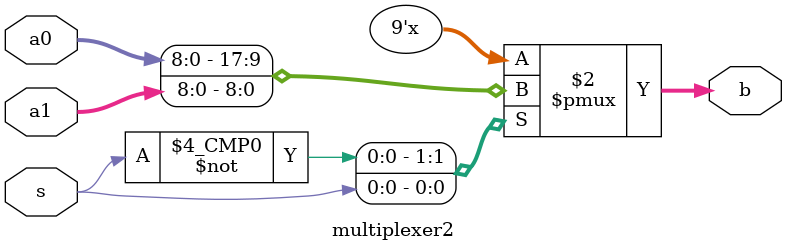
<source format=v>
module prog_count(load_pc, reset_pc, PC_out);

    input load_pc, reset_pc;
    output [8:0] PC_out;
    wire [8:0] next_pc, adder_out;

    assign adder_out = PC_out + 1;

    multiplexer2 pcmux(adder_out, 9'b000000000, reset_pc, next_pc);

    vDFF #(9) prog_counter(load_pc, next_pc, PC_out);

endmodule

/* BINARY MULTIPLEXER */
module multiplexer2 (a1, a0, s, b);
    parameter k = 9;
    input [k-1:0] a0, a1; //inputs
    input s; //binary select
    output reg [k-1:0] b;

    always @(*) begin
      case(s)
        1'b0: b = a0;
        1'b1: b = a1;
        default: b = {k{1'bx}};
      endcase
    end
endmodule
</source>
